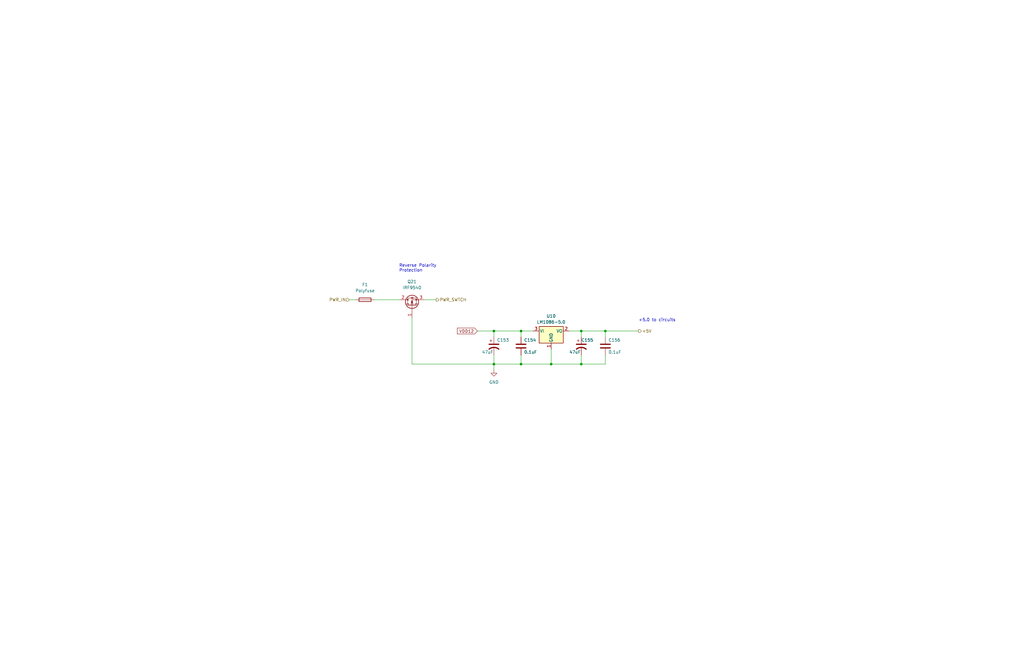
<source format=kicad_sch>
(kicad_sch (version 20230121) (generator eeschema)
  (paper "B")
  (lib_symbols
    (symbol "Device:C" (pin_numbers hide) (pin_names (offset 0.254))
      (property "Reference" "C" (at 0.635 2.54 0))
      (property "Value" "C" (at 0.635 -2.54 0))
      (symbol "C_0_1"
        (polyline (pts (xy -2.032 -0.762) (xy 2.032 -0.762)) (stroke (width 0.508)))
        (polyline (pts (xy -2.032 0.762) (xy 2.032 0.762)) (stroke (width 0.508)))
      )
      (symbol "C_1_1"
        (pin passive line (at 0 3.81 270) (length 2.794) (name "~") (number "1"))
        (pin passive line (at 0 -3.81 90) (length 2.794) (name "~") (number "2"))
      )
    )
    (symbol "Device:C_Polarized_US" (pin_numbers hide) (pin_names (offset 0.254) hide)
      (property "Reference" "C" (at 0.635 2.54 0))
      (property "Value" "C_Polarized_US" (at 0.635 -2.54 0))
      (symbol "C_Polarized_US_0_1"
        (polyline (pts (xy -2.032 0.762) (xy 2.032 0.762)) (stroke (width 0.508)))
        (polyline (pts (xy -1.778 2.286) (xy -0.762 2.286)))
        (polyline (pts (xy -1.27 1.778) (xy -1.27 2.794)))
        (arc (start 2.032 -1.27) (mid 0 -0.5572) (end -2.032 -1.27) (stroke (width 0.508)))
      )
      (symbol "C_Polarized_US_1_1"
        (pin passive line (at 0 3.81 270) (length 2.794) (name "~") (number "1"))
        (pin passive line (at 0 -3.81 90) (length 3.302) (name "~") (number "2"))
      )
    )
    (symbol "Device:Fuse" (pin_numbers hide) (pin_names (offset 0))
      (property "Reference" "F" (at 2.032 0 90))
      (property "Value" "Fuse" (at -1.905 0 90))
      (symbol "Fuse_0_1"
        (rectangle (start -0.762 -2.54) (end 0.762 2.54) (stroke (width 0.254)))
        (polyline (pts (xy 0 2.54) (xy 0 -2.54)))
      )
      (symbol "Fuse_1_1"
        (pin passive line (at 0 3.81 270) (length 1.27) (name "~") (number "1"))
        (pin passive line (at 0 -3.81 90) (length 1.27) (name "~") (number "2"))
      )
    )
    (symbol "Device:Q_PMOS_GDS" (pin_names (offset 0) hide)
      (property "Reference" "Q" (at 5.08 1.27 0))
      (property "Value" "Q_PMOS_GDS" (at 5.08 -1.27 0))
      (symbol "Q_PMOS_GDS_0_1"
        (polyline (pts (xy 0.254 0) (xy -2.54 0)))
        (polyline (pts (xy 0.254 1.905) (xy 0.254 -1.905)) (stroke (width 0.254)))
        (polyline (pts (xy 0.762 -1.27) (xy 0.762 -2.286)) (stroke (width 0.254)))
        (polyline (pts (xy 0.762 0.508) (xy 0.762 -0.508)) (stroke (width 0.254)))
        (polyline (pts (xy 0.762 2.286) (xy 0.762 1.27)) (stroke (width 0.254)))
        (polyline (pts (xy 2.54 2.54) (xy 2.54 1.778)))
        (polyline (pts (xy 2.54 -2.54) (xy 2.54 0) (xy 0.762 0)))
        (polyline (pts (xy 0.762 1.778) (xy 3.302 1.778) (xy 3.302 -1.778) (xy 0.762 -1.778)))
        (polyline (pts (xy 2.286 0) (xy 1.27 0.381) (xy 1.27 -0.381) (xy 2.286 0)) (fill (type outline)))
        (polyline (pts (xy 2.794 -0.508) (xy 2.921 -0.381) (xy 3.683 -0.381) (xy 3.81 -0.254)))
        (polyline (pts (xy 3.302 -0.381) (xy 2.921 0.254) (xy 3.683 0.254) (xy 3.302 -0.381)))
        (circle (center 1.651 0) (radius 2.794) (stroke (width 0.254)))
        (circle (center 2.54 -1.778) (radius 0.254) (fill (type outline)))
        (circle (center 2.54 1.778) (radius 0.254) (fill (type outline)))
      )
      (symbol "Q_PMOS_GDS_1_1"
        (pin input line (at -5.08 0 0) (length 2.54) (name "G") (number "1"))
        (pin passive line (at 2.54 5.08 270) (length 2.54) (name "D") (number "2"))
        (pin passive line (at 2.54 -5.08 90) (length 2.54) (name "S") (number "3"))
      )
    )
    (symbol "Regulator_Linear:LM1085-5.0" (pin_names (offset 0.254))
      (property "Reference" "U" (at -3.81 3.175 0))
      (property "Value" "LM1085-5.0" (at 0 3.175 0))
      (symbol "LM1085-5.0_0_1"
        (rectangle (start -5.08 1.905) (end 5.08 -5.08) (stroke (width 0.254)) (fill (type background)))
      )
      (symbol "LM1085-5.0_1_1"
        (pin power_in line (at 0 -7.62 90) (length 2.54) (name "GND") (number "1"))
        (pin power_out line (at 7.62 0 180) (length 2.54) (name "VO") (number "2"))
        (pin power_in line (at -7.62 0 0) (length 2.54) (name "VI") (number "3"))
      )
    )
    (symbol "power:GND" (power) (pin_names (offset 0))
      (property "Value" "GND" (at 0 -3.81 0))
      (symbol "GND_0_1"
        (polyline (pts (xy 0 0) (xy 0 -1.27) (xy 1.27 -1.27) (xy 0 -2.54) (xy -1.27 -1.27) (xy 0 -1.27)))
      )
      (symbol "GND_1_1"
        (pin power_in line (at 0 0 270) (length 0) hide (name "GND") (number "1"))
      )
    )
  )
  (junction (at 219.71 139.7))
  (junction (at 245.11 139.7))
  (junction (at 245.11 153.67))
  (junction (at 255.27 139.7))
  (junction (at 208.28 153.67))
  (junction (at 232.41 153.67))
  (junction (at 208.28 139.7))
  (junction (at 219.71 153.67))
  (wire (pts (xy 245.11 149.86) (xy 245.11 153.67)))
  (wire (pts (xy 173.736 153.67) (xy 208.28 153.67)))
  (wire (pts (xy 219.71 139.7) (xy 224.79 139.7)))
  (wire (pts (xy 208.28 139.7) (xy 219.71 139.7)))
  (wire (pts (xy 232.41 153.67) (xy 219.71 153.67)))
  (wire (pts (xy 208.28 142.24) (xy 208.28 139.7)))
  (wire (pts (xy 255.27 139.7) (xy 255.27 142.24)))
  (wire (pts (xy 201.295 139.7) (xy 208.28 139.7)))
  (wire (pts (xy 240.03 139.7) (xy 245.11 139.7)))
  (wire (pts (xy 208.28 149.86) (xy 208.28 153.67)))
  (wire (pts (xy 255.27 149.86) (xy 255.27 153.67)))
  (wire (pts (xy 219.71 139.7) (xy 219.71 142.24)))
  (wire (pts (xy 219.71 149.86) (xy 219.71 153.67)))
  (wire (pts (xy 255.27 139.7) (xy 269.24 139.7)))
  (wire (pts (xy 173.736 134.112) (xy 173.736 153.67)))
  (wire (pts (xy 219.71 153.67) (xy 208.28 153.67)))
  (wire (pts (xy 157.734 126.492) (xy 168.656 126.492)))
  (wire (pts (xy 245.11 139.7) (xy 245.11 142.24)))
  (wire (pts (xy 147.32 126.492) (xy 150.114 126.492)))
  (wire (pts (xy 245.11 153.67) (xy 255.27 153.67)))
  (wire (pts (xy 232.41 147.32) (xy 232.41 153.67)))
  (wire (pts (xy 245.11 153.67) (xy 232.41 153.67)))
  (wire (pts (xy 208.28 153.67) (xy 208.28 156.21)))
  (wire (pts (xy 178.816 126.492) (xy 183.896 126.492)))
  (wire (pts (xy 245.11 139.7) (xy 255.27 139.7)))
  (text "Reverse Polarity\nProtection" (at 168.275 114.935 0) (effects (font (size 1.27 1.27)) (justify left bottom)))
  (text "+5.0 to circuits" (at 269.24 135.89 0) (effects (font (size 1.27 1.27)) (justify left bottom)))
  (global_label "VDD12" (shape input) (at 201.295 139.7 180) (property "Intersheetrefs" "${INTERSHEET_REFS}" (at 192.8037 139.7 0) (effects (justify right))))
  (hierarchical_label "PWR_IN" (shape input) (at 147.32 126.492 180))
  (hierarchical_label "+5V" (shape output) (at 269.24 139.7 0))
  (hierarchical_label "PWR_SWTCH" (shape output) (at 183.896 126.492 0))
  (symbol (lib_id "Device:C_Polarized_US") (at 245.11 146.05 0) (unit 1)
    (property "Reference" "C155" (at 245.11 143.51 0) (effects (justify left)))
    (property "Value" "47uF" (at 240.03 148.59 0) (effects (justify left)))
    (property "Footprint" "Capacitor_THT:CP_Radial_D7.5mm_P2.50mm" (effects hide))
    (instances (project "fieldRadio_1.2" (path "" (reference "C155") (unit 1))) (project "" (path "" (reference "C3") (unit 1))))
  )
  (symbol (lib_id "Device:C") (at 219.71 146.05 0) (unit 1)
    (property "Reference" "C154" (at 220.98 143.51 0) (effects (justify left)))
    (property "Value" "0.1uF" (at 220.98 148.59 0) (effects (justify left)))
    (property "Footprint" "Capacitor_SMD:C_0603_1608Metric_Pad1.08x0.95mm_HandSolder" (effects hide))
    (instances (project "fieldRadio_1.2" (path "" (reference "C154") (unit 1))) (project "" (path "" (reference "C2") (unit 1))))
  )
  (symbol (lib_id "Regulator_Linear:LM1085-5.0") (at 232.41 139.7 0) (unit 1)
    (property "Reference" "U10" (at 232.41 133.35 0))
    (property "Value" "LM1086-5.0" (at 232.41 135.89 0))
    (property "Footprint" "Package_TO_SOT_THT:TO-220-3_Vertical" (effects hide))
    (property "Datasheet" "http://www.ti.com/lit/ds/symlink/lm1085.pdf" (effects hide))
    (instances (project "fieldRadio_1.2" (path "" (reference "U10") (unit 1))) (project "" (path "" (reference "U1") (unit 1))))
  )
  (symbol (lib_id "Device:Q_PMOS_GDS") (at 173.736 129.032 90) (unit 1)
    (property "Reference" "Q21" (at 173.736 118.872 90))
    (property "Value" "IRF9540" (at 173.736 121.412 90))
    (property "Footprint" "Package_TO_SOT_THT:TO-220-3_Vertical" (effects hide))
    (instances (project "fieldRadio_1.2" (path "" (reference "Q21") (unit 1))) (project "" (path "" (reference "Q1") (unit 1))))
  )
  (symbol (lib_id "Device:C") (at 255.27 146.05 0) (unit 1)
    (property "Reference" "C156" (at 256.54 143.51 0) (effects (justify left)))
    (property "Value" "0.1uF" (at 256.54 148.59 0) (effects (justify left)))
    (property "Footprint" "Capacitor_SMD:C_0603_1608Metric_Pad1.08x0.95mm_HandSolder" (effects hide))
    (instances (project "fieldRadio_1.2" (path "" (reference "C156") (unit 1))) (project "" (path "" (reference "C4") (unit 1))))
  )
  (symbol (lib_id "Device:Fuse") (at 153.924 126.492 90) (unit 1)
    (property "Reference" "F1" (at 153.924 120.142 90))
    (property "Value" "Polyfuse" (at 153.924 122.682 90))
    (property "Footprint" "Fuse:Fuse_2920_7451Metric_Pad2.10x5.45mm_HandSolder" (effects hide))
  )
  (symbol (lib_id "Device:C_Polarized_US") (at 208.28 146.05 0) (unit 1)
    (property "Reference" "C153" (at 209.55 143.51 0) (effects (justify left)))
    (property "Value" "47uF" (at 203.2 148.59 0) (effects (justify left)))
    (property "Footprint" "Capacitor_THT:CP_Radial_D7.5mm_P2.50mm" (effects hide))
    (instances (project "fieldRadio_1.2" (path "" (reference "C153") (unit 1))) (project "" (path "" (reference "C1") (unit 1))))
  )
  (symbol (lib_id "power:GND") (at 208.28 156.21 0) (unit 1)
    (property "Reference" "#PWR039" (effects hide))
    (property "Value" "GND" (at 208.28 161.29 0))
    (instances (project "fieldRadio_1.2" (path "" (reference "#PWR039") (unit 1))) (project "" (path "" (reference "#PWR01") (unit 1))))
  )
)
</source>
